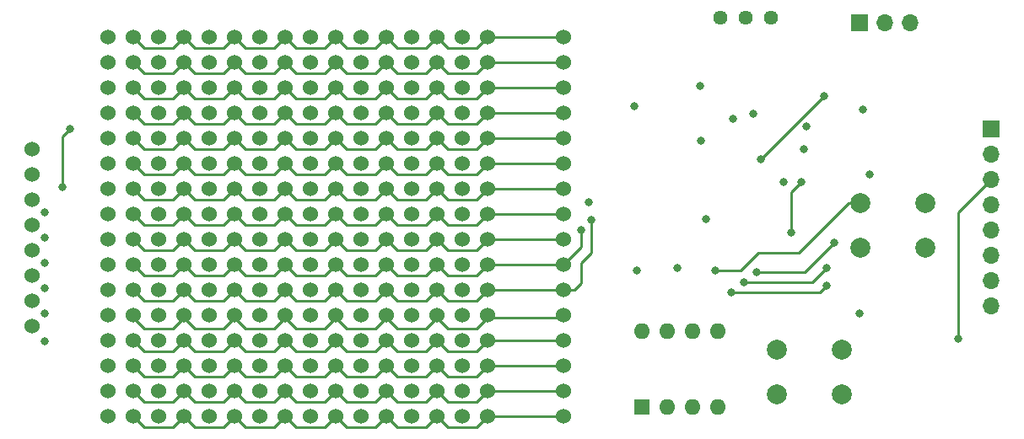
<source format=gbr>
%TF.GenerationSoftware,KiCad,Pcbnew,(5.1.10-1-10_14)*%
%TF.CreationDate,2021-11-01T23:58:36-04:00*%
%TF.ProjectId,DIODE-prototype-board,44494f44-452d-4707-926f-746f74797065,rev?*%
%TF.SameCoordinates,Original*%
%TF.FileFunction,Copper,L4,Bot*%
%TF.FilePolarity,Positive*%
%FSLAX46Y46*%
G04 Gerber Fmt 4.6, Leading zero omitted, Abs format (unit mm)*
G04 Created by KiCad (PCBNEW (5.1.10-1-10_14)) date 2021-11-01 23:58:36*
%MOMM*%
%LPD*%
G01*
G04 APERTURE LIST*
%TA.AperFunction,ComponentPad*%
%ADD10O,1.700000X1.700000*%
%TD*%
%TA.AperFunction,ComponentPad*%
%ADD11R,1.700000X1.700000*%
%TD*%
%TA.AperFunction,ComponentPad*%
%ADD12C,1.440000*%
%TD*%
%TA.AperFunction,ComponentPad*%
%ADD13C,2.000000*%
%TD*%
%TA.AperFunction,ComponentPad*%
%ADD14O,1.600000X1.600000*%
%TD*%
%TA.AperFunction,ComponentPad*%
%ADD15R,1.600000X1.600000*%
%TD*%
%TA.AperFunction,ComponentPad*%
%ADD16C,1.524000*%
%TD*%
%TA.AperFunction,ViaPad*%
%ADD17C,0.800000*%
%TD*%
%TA.AperFunction,Conductor*%
%ADD18C,0.250000*%
%TD*%
G04 APERTURE END LIST*
D10*
%TO.P,J1,8*%
%TO.N,Net-(J1-Pad8)*%
X163068000Y-158242000D03*
%TO.P,J1,7*%
%TO.N,Net-(J1-Pad7)*%
X163068000Y-155702000D03*
%TO.P,J1,6*%
%TO.N,Net-(J1-Pad6)*%
X163068000Y-153162000D03*
%TO.P,J1,5*%
%TO.N,Net-(J1-Pad5)*%
X163068000Y-150622000D03*
%TO.P,J1,4*%
%TO.N,EXT_CLOCK*%
X163068000Y-148082000D03*
%TO.P,J1,3*%
%TO.N,EXT_LOAD*%
X163068000Y-145542000D03*
%TO.P,J1,2*%
%TO.N,GND*%
X163068000Y-143002000D03*
D11*
%TO.P,J1,1*%
%TO.N,VCC*%
X163068000Y-140462000D03*
%TD*%
D12*
%TO.P,RV2,3*%
%TO.N,Net-(RV2-Pad3)*%
X135890000Y-129286000D03*
%TO.P,RV2,2*%
%TO.N,Net-(R10-Pad1)*%
X138430000Y-129286000D03*
%TO.P,RV2,1*%
%TO.N,Net-(R5-Pad1)*%
X140970000Y-129286000D03*
%TD*%
D13*
%TO.P,SW4,1*%
%TO.N,Net-(R12-Pad1)*%
X141582000Y-167132000D03*
%TO.P,SW4,2*%
%TO.N,GND*%
X141582000Y-162632000D03*
%TO.P,SW4,1*%
%TO.N,Net-(R12-Pad1)*%
X148082000Y-167132000D03*
%TO.P,SW4,2*%
%TO.N,GND*%
X148082000Y-162632000D03*
%TD*%
%TO.P,SW2,1*%
%TO.N,Net-(R11-Pad1)*%
X156464000Y-147900000D03*
%TO.P,SW2,2*%
%TO.N,GND*%
X156464000Y-152400000D03*
%TO.P,SW2,1*%
%TO.N,Net-(R11-Pad1)*%
X149964000Y-147900000D03*
%TO.P,SW2,2*%
%TO.N,GND*%
X149964000Y-152400000D03*
%TD*%
D14*
%TO.P,SW3,8*%
%TO.N,Net-(J1-Pad5)*%
X128016000Y-160782000D03*
%TO.P,SW3,4*%
%TO.N,VCC*%
X135636000Y-168402000D03*
%TO.P,SW3,7*%
%TO.N,Net-(J1-Pad6)*%
X130556000Y-160782000D03*
%TO.P,SW3,3*%
%TO.N,VCC*%
X133096000Y-168402000D03*
%TO.P,SW3,6*%
%TO.N,Net-(J1-Pad7)*%
X133096000Y-160782000D03*
%TO.P,SW3,2*%
%TO.N,VCC*%
X130556000Y-168402000D03*
%TO.P,SW3,5*%
%TO.N,Net-(J1-Pad8)*%
X135636000Y-160782000D03*
D15*
%TO.P,SW3,1*%
%TO.N,VCC*%
X128016000Y-168402000D03*
%TD*%
D10*
%TO.P,SW1,3*%
%TO.N,GND*%
X154940000Y-129794000D03*
%TO.P,SW1,2*%
%TO.N,Net-(SW1-Pad2)*%
X152400000Y-129794000D03*
D11*
%TO.P,SW1,1*%
%TO.N,VCC*%
X149860000Y-129794000D03*
%TD*%
D16*
%TO.P,U1,20*%
%TO.N,Net-(U1-Pad20)*%
X112522000Y-159174000D03*
%TO.P,U1,13*%
%TO.N,Net-(U1-Pad13)*%
X112522000Y-141394000D03*
%TO.P,U1,24*%
%TO.N,Net-(U1-Pad24)*%
X112522000Y-169334000D03*
%TO.P,U1,18*%
%TO.N,Net-(U1-Pad18)*%
X112522000Y-154094000D03*
%TO.P,U1,12*%
%TO.N,Net-(U1-Pad12)*%
X112522000Y-138854000D03*
%TO.P,U1,17*%
%TO.N,Net-(U1-Pad17)*%
X112522000Y-151554000D03*
%TO.P,U1,9*%
%TO.N,Net-(U1-Pad9)*%
X112522000Y-131234000D03*
%TO.P,U1,23*%
%TO.N,Net-(U1-Pad23)*%
X112522000Y-166794000D03*
%TO.P,U1,11*%
%TO.N,Net-(U1-Pad11)*%
X112522000Y-136314000D03*
%TO.P,U1,21*%
%TO.N,Net-(U1-Pad21)*%
X112522000Y-161714000D03*
%TO.P,U1,15*%
%TO.N,Net-(U1-Pad15)*%
X112522000Y-146474000D03*
%TO.P,U1,16*%
%TO.N,Net-(U1-Pad16)*%
X112522000Y-149014000D03*
%TO.P,U1,14*%
%TO.N,Net-(U1-Pad14)*%
X112522000Y-143934000D03*
%TO.P,U1,19*%
%TO.N,Net-(U1-Pad19)*%
X112522000Y-156634000D03*
%TO.P,U1,22*%
%TO.N,Net-(U1-Pad22)*%
X112522000Y-164254000D03*
%TO.P,U1,10*%
%TO.N,Net-(U1-Pad10)*%
X112522000Y-133774000D03*
%TO.P,U1,24*%
%TO.N,Net-(U1-Pad24)*%
X120142000Y-169334000D03*
%TO.P,U1,21*%
%TO.N,Net-(U1-Pad21)*%
X120142000Y-161714000D03*
%TO.P,U1,23*%
%TO.N,Net-(U1-Pad23)*%
X120142000Y-166794000D03*
%TO.P,U1,22*%
%TO.N,Net-(U1-Pad22)*%
X120142000Y-164254000D03*
%TO.P,U1,19*%
%TO.N,Net-(U1-Pad19)*%
X120142000Y-156634000D03*
%TO.P,U1,17*%
%TO.N,Net-(U1-Pad17)*%
X120142000Y-151554000D03*
%TO.P,U1,20*%
%TO.N,Net-(U1-Pad20)*%
X120142000Y-159174000D03*
%TO.P,U1,18*%
%TO.N,Net-(U1-Pad18)*%
X120142000Y-154094000D03*
%TO.P,U1,16*%
%TO.N,Net-(U1-Pad16)*%
X120142000Y-149014000D03*
%TO.P,U1,15*%
%TO.N,Net-(U1-Pad15)*%
X120142000Y-146474000D03*
%TO.P,U1,14*%
%TO.N,Net-(U1-Pad14)*%
X120142000Y-143934000D03*
%TO.P,U1,13*%
%TO.N,Net-(U1-Pad13)*%
X120142000Y-141394000D03*
%TO.P,U1,12*%
%TO.N,Net-(U1-Pad12)*%
X120142000Y-138854000D03*
%TO.P,U1,11*%
%TO.N,Net-(U1-Pad11)*%
X120142000Y-136314000D03*
%TO.P,U1,10*%
%TO.N,Net-(U1-Pad10)*%
X120142000Y-133774000D03*
%TO.P,U1,9*%
%TO.N,Net-(U1-Pad9)*%
X120142000Y-131234000D03*
%TO.P,U1,8*%
%TO.N,Net-(R9-Pad1)*%
X66802000Y-142494000D03*
%TO.P,U1,7*%
%TO.N,Net-(R8-Pad1)*%
X66802000Y-145034000D03*
%TO.P,U1,6*%
%TO.N,Net-(R7-Pad1)*%
X66802000Y-147574000D03*
%TO.P,U1,5*%
%TO.N,Net-(R6-Pad1)*%
X66802000Y-150114000D03*
%TO.P,U1,4*%
%TO.N,Net-(R4-Pad1)*%
X66802000Y-152654000D03*
%TO.P,U1,3*%
%TO.N,Net-(R3-Pad1)*%
X66802000Y-155194000D03*
%TO.P,U1,2*%
%TO.N,Net-(R2-Pad1)*%
X66802000Y-157734000D03*
%TO.P,U1,1*%
%TO.N,Net-(R1-Pad1)*%
X66802000Y-160274000D03*
%TO.P,U1,14*%
%TO.N,Net-(U1-Pad14)*%
X107442000Y-143934000D03*
%TO.P,U1,19*%
%TO.N,Net-(U1-Pad19)*%
X107442000Y-156634000D03*
%TO.P,U1,22*%
%TO.N,Net-(U1-Pad22)*%
X107442000Y-164254000D03*
%TO.P,U1,10*%
%TO.N,Net-(U1-Pad10)*%
X107442000Y-133774000D03*
%TO.P,U1,23*%
%TO.N,Net-(U1-Pad23)*%
X107442000Y-166794000D03*
%TO.P,U1,11*%
%TO.N,Net-(U1-Pad11)*%
X107442000Y-136314000D03*
%TO.P,U1,21*%
%TO.N,Net-(U1-Pad21)*%
X107442000Y-161714000D03*
%TO.P,U1,15*%
%TO.N,Net-(U1-Pad15)*%
X107442000Y-146474000D03*
%TO.P,U1,16*%
%TO.N,Net-(U1-Pad16)*%
X107442000Y-149014000D03*
%TO.P,U1,20*%
%TO.N,Net-(U1-Pad20)*%
X107442000Y-159174000D03*
%TO.P,U1,13*%
%TO.N,Net-(U1-Pad13)*%
X107442000Y-141394000D03*
%TO.P,U1,24*%
%TO.N,Net-(U1-Pad24)*%
X107442000Y-169334000D03*
%TO.P,U1,18*%
%TO.N,Net-(U1-Pad18)*%
X107442000Y-154094000D03*
%TO.P,U1,12*%
%TO.N,Net-(U1-Pad12)*%
X107442000Y-138854000D03*
%TO.P,U1,17*%
%TO.N,Net-(U1-Pad17)*%
X107442000Y-151554000D03*
%TO.P,U1,9*%
%TO.N,Net-(U1-Pad9)*%
X107442000Y-131234000D03*
%TO.P,U1,14*%
%TO.N,Net-(U1-Pad14)*%
X102362000Y-143934000D03*
%TO.P,U1,19*%
%TO.N,Net-(U1-Pad19)*%
X102362000Y-156634000D03*
%TO.P,U1,22*%
%TO.N,Net-(U1-Pad22)*%
X102362000Y-164254000D03*
%TO.P,U1,10*%
%TO.N,Net-(U1-Pad10)*%
X102362000Y-133774000D03*
%TO.P,U1,23*%
%TO.N,Net-(U1-Pad23)*%
X102362000Y-166794000D03*
%TO.P,U1,11*%
%TO.N,Net-(U1-Pad11)*%
X102362000Y-136314000D03*
%TO.P,U1,21*%
%TO.N,Net-(U1-Pad21)*%
X102362000Y-161714000D03*
%TO.P,U1,15*%
%TO.N,Net-(U1-Pad15)*%
X102362000Y-146474000D03*
%TO.P,U1,16*%
%TO.N,Net-(U1-Pad16)*%
X102362000Y-149014000D03*
%TO.P,U1,20*%
%TO.N,Net-(U1-Pad20)*%
X102362000Y-159174000D03*
%TO.P,U1,13*%
%TO.N,Net-(U1-Pad13)*%
X102362000Y-141394000D03*
%TO.P,U1,24*%
%TO.N,Net-(U1-Pad24)*%
X102362000Y-169334000D03*
%TO.P,U1,18*%
%TO.N,Net-(U1-Pad18)*%
X102362000Y-154094000D03*
%TO.P,U1,12*%
%TO.N,Net-(U1-Pad12)*%
X102362000Y-138854000D03*
%TO.P,U1,17*%
%TO.N,Net-(U1-Pad17)*%
X102362000Y-151554000D03*
%TO.P,U1,9*%
%TO.N,Net-(U1-Pad9)*%
X102362000Y-131234000D03*
%TO.P,U1,14*%
%TO.N,Net-(U1-Pad14)*%
X97282000Y-143934000D03*
%TO.P,U1,19*%
%TO.N,Net-(U1-Pad19)*%
X97282000Y-156634000D03*
%TO.P,U1,22*%
%TO.N,Net-(U1-Pad22)*%
X97282000Y-164254000D03*
%TO.P,U1,10*%
%TO.N,Net-(U1-Pad10)*%
X97282000Y-133774000D03*
%TO.P,U1,23*%
%TO.N,Net-(U1-Pad23)*%
X97282000Y-166794000D03*
%TO.P,U1,11*%
%TO.N,Net-(U1-Pad11)*%
X97282000Y-136314000D03*
%TO.P,U1,21*%
%TO.N,Net-(U1-Pad21)*%
X97282000Y-161714000D03*
%TO.P,U1,15*%
%TO.N,Net-(U1-Pad15)*%
X97282000Y-146474000D03*
%TO.P,U1,16*%
%TO.N,Net-(U1-Pad16)*%
X97282000Y-149014000D03*
%TO.P,U1,20*%
%TO.N,Net-(U1-Pad20)*%
X97282000Y-159174000D03*
%TO.P,U1,13*%
%TO.N,Net-(U1-Pad13)*%
X97282000Y-141394000D03*
%TO.P,U1,24*%
%TO.N,Net-(U1-Pad24)*%
X97282000Y-169334000D03*
%TO.P,U1,18*%
%TO.N,Net-(U1-Pad18)*%
X97282000Y-154094000D03*
%TO.P,U1,12*%
%TO.N,Net-(U1-Pad12)*%
X97282000Y-138854000D03*
%TO.P,U1,17*%
%TO.N,Net-(U1-Pad17)*%
X97282000Y-151554000D03*
%TO.P,U1,9*%
%TO.N,Net-(U1-Pad9)*%
X97282000Y-131234000D03*
%TO.P,U1,19*%
%TO.N,Net-(U1-Pad19)*%
X92202000Y-156634000D03*
%TO.P,U1,22*%
%TO.N,Net-(U1-Pad22)*%
X92202000Y-164254000D03*
%TO.P,U1,10*%
%TO.N,Net-(U1-Pad10)*%
X92202000Y-133774000D03*
%TO.P,U1,23*%
%TO.N,Net-(U1-Pad23)*%
X92202000Y-166794000D03*
%TO.P,U1,11*%
%TO.N,Net-(U1-Pad11)*%
X92202000Y-136314000D03*
%TO.P,U1,21*%
%TO.N,Net-(U1-Pad21)*%
X92202000Y-161714000D03*
%TO.P,U1,15*%
%TO.N,Net-(U1-Pad15)*%
X92202000Y-146474000D03*
%TO.P,U1,16*%
%TO.N,Net-(U1-Pad16)*%
X92202000Y-149014000D03*
%TO.P,U1,20*%
%TO.N,Net-(U1-Pad20)*%
X92202000Y-159174000D03*
%TO.P,U1,13*%
%TO.N,Net-(U1-Pad13)*%
X92202000Y-141394000D03*
%TO.P,U1,24*%
%TO.N,Net-(U1-Pad24)*%
X92202000Y-169334000D03*
%TO.P,U1,18*%
%TO.N,Net-(U1-Pad18)*%
X92202000Y-154094000D03*
%TO.P,U1,12*%
%TO.N,Net-(U1-Pad12)*%
X92202000Y-138854000D03*
%TO.P,U1,17*%
%TO.N,Net-(U1-Pad17)*%
X92202000Y-151554000D03*
%TO.P,U1,9*%
%TO.N,Net-(U1-Pad9)*%
X92202000Y-131234000D03*
%TO.P,U1,14*%
%TO.N,Net-(U1-Pad14)*%
X92202000Y-143934000D03*
%TO.P,U1,11*%
%TO.N,Net-(U1-Pad11)*%
X87122000Y-136314000D03*
%TO.P,U1,18*%
%TO.N,Net-(U1-Pad18)*%
X87122000Y-154094000D03*
%TO.P,U1,16*%
%TO.N,Net-(U1-Pad16)*%
X87122000Y-149014000D03*
%TO.P,U1,12*%
%TO.N,Net-(U1-Pad12)*%
X87122000Y-138854000D03*
%TO.P,U1,9*%
%TO.N,Net-(U1-Pad9)*%
X87122000Y-131234000D03*
%TO.P,U1,14*%
%TO.N,Net-(U1-Pad14)*%
X87122000Y-143934000D03*
%TO.P,U1,24*%
%TO.N,Net-(U1-Pad24)*%
X87122000Y-169334000D03*
%TO.P,U1,13*%
%TO.N,Net-(U1-Pad13)*%
X87122000Y-141394000D03*
%TO.P,U1,22*%
%TO.N,Net-(U1-Pad22)*%
X87122000Y-164254000D03*
%TO.P,U1,15*%
%TO.N,Net-(U1-Pad15)*%
X87122000Y-146474000D03*
%TO.P,U1,17*%
%TO.N,Net-(U1-Pad17)*%
X87122000Y-151554000D03*
%TO.P,U1,10*%
%TO.N,Net-(U1-Pad10)*%
X87122000Y-133774000D03*
%TO.P,U1,20*%
%TO.N,Net-(U1-Pad20)*%
X87122000Y-159174000D03*
%TO.P,U1,23*%
%TO.N,Net-(U1-Pad23)*%
X87122000Y-166794000D03*
%TO.P,U1,21*%
%TO.N,Net-(U1-Pad21)*%
X87122000Y-161714000D03*
%TO.P,U1,19*%
%TO.N,Net-(U1-Pad19)*%
X87122000Y-156634000D03*
%TO.P,U1,16*%
%TO.N,Net-(U1-Pad16)*%
X82042000Y-149014000D03*
%TO.P,U1,13*%
%TO.N,Net-(U1-Pad13)*%
X82042000Y-141394000D03*
%TO.P,U1,15*%
%TO.N,Net-(U1-Pad15)*%
X82042000Y-146474000D03*
%TO.P,U1,14*%
%TO.N,Net-(U1-Pad14)*%
X82042000Y-143934000D03*
%TO.P,U1,11*%
%TO.N,Net-(U1-Pad11)*%
X82042000Y-136314000D03*
%TO.P,U1,9*%
%TO.N,Net-(U1-Pad9)*%
X82042000Y-131234000D03*
%TO.P,U1,12*%
%TO.N,Net-(U1-Pad12)*%
X82042000Y-138854000D03*
%TO.P,U1,18*%
%TO.N,Net-(U1-Pad18)*%
X82042000Y-154094000D03*
%TO.P,U1,10*%
%TO.N,Net-(U1-Pad10)*%
X82042000Y-133774000D03*
%TO.P,U1,24*%
%TO.N,Net-(U1-Pad24)*%
X82042000Y-169334000D03*
%TO.P,U1,21*%
%TO.N,Net-(U1-Pad21)*%
X82042000Y-161714000D03*
%TO.P,U1,23*%
%TO.N,Net-(U1-Pad23)*%
X82042000Y-166794000D03*
%TO.P,U1,22*%
%TO.N,Net-(U1-Pad22)*%
X82042000Y-164254000D03*
%TO.P,U1,19*%
%TO.N,Net-(U1-Pad19)*%
X82042000Y-156634000D03*
%TO.P,U1,17*%
%TO.N,Net-(U1-Pad17)*%
X82042000Y-151554000D03*
%TO.P,U1,20*%
%TO.N,Net-(U1-Pad20)*%
X82042000Y-159174000D03*
%TO.P,U1,4*%
%TO.N,Net-(R4-Pad1)*%
X89662000Y-156634000D03*
%TO.P,U1,1*%
%TO.N,Net-(R1-Pad1)*%
X74422000Y-156634000D03*
%TO.P,U1,2*%
%TO.N,Net-(R2-Pad1)*%
X79502000Y-154094000D03*
%TO.P,U1,3*%
%TO.N,Net-(R3-Pad1)*%
X84582000Y-169334000D03*
%TO.P,U1,5*%
%TO.N,Net-(R6-Pad1)*%
X94742000Y-169334000D03*
%TO.P,U1,6*%
%TO.N,Net-(R7-Pad1)*%
X99822000Y-169334000D03*
%TO.P,U1,8*%
%TO.N,Net-(R9-Pad1)*%
X109982000Y-169334000D03*
%TO.P,U1,4*%
%TO.N,Net-(R4-Pad1)*%
X89662000Y-169334000D03*
%TO.P,U1,7*%
%TO.N,Net-(R8-Pad1)*%
X104902000Y-169334000D03*
%TO.P,U1,1*%
%TO.N,Net-(R1-Pad1)*%
X74422000Y-169334000D03*
%TO.P,U1,24*%
%TO.N,Net-(U1-Pad24)*%
X76962000Y-169334000D03*
%TO.P,U1,1*%
%TO.N,Net-(R1-Pad1)*%
X74422000Y-161714000D03*
%TO.P,U1,8*%
%TO.N,Net-(R9-Pad1)*%
X109982000Y-164254000D03*
%TO.P,U1,3*%
%TO.N,Net-(R3-Pad1)*%
X84582000Y-164254000D03*
%TO.P,U1,5*%
%TO.N,Net-(R6-Pad1)*%
X94742000Y-164254000D03*
%TO.P,U1,21*%
%TO.N,Net-(U1-Pad21)*%
X76962000Y-161714000D03*
%TO.P,U1,2*%
%TO.N,Net-(R2-Pad1)*%
X79502000Y-166794000D03*
%TO.P,U1,4*%
%TO.N,Net-(R4-Pad1)*%
X89662000Y-166794000D03*
%TO.P,U1,1*%
%TO.N,Net-(R1-Pad1)*%
X74422000Y-166794000D03*
%TO.P,U1,23*%
%TO.N,Net-(U1-Pad23)*%
X76962000Y-166794000D03*
%TO.P,U1,6*%
%TO.N,Net-(R7-Pad1)*%
X99822000Y-164254000D03*
%TO.P,U1,2*%
%TO.N,Net-(R2-Pad1)*%
X79502000Y-164254000D03*
%TO.P,U1,4*%
%TO.N,Net-(R4-Pad1)*%
X89662000Y-164254000D03*
%TO.P,U1,8*%
%TO.N,Net-(R9-Pad1)*%
X109982000Y-161714000D03*
%TO.P,U1,3*%
%TO.N,Net-(R3-Pad1)*%
X84582000Y-161714000D03*
%TO.P,U1,5*%
%TO.N,Net-(R6-Pad1)*%
X94742000Y-161714000D03*
%TO.P,U1,6*%
%TO.N,Net-(R7-Pad1)*%
X99822000Y-161714000D03*
%TO.P,U1,2*%
%TO.N,Net-(R2-Pad1)*%
X79502000Y-161714000D03*
%TO.P,U1,3*%
%TO.N,Net-(R3-Pad1)*%
X84582000Y-166794000D03*
%TO.P,U1,5*%
%TO.N,Net-(R6-Pad1)*%
X94742000Y-166794000D03*
%TO.P,U1,6*%
%TO.N,Net-(R7-Pad1)*%
X99822000Y-166794000D03*
%TO.P,U1,4*%
%TO.N,Net-(R4-Pad1)*%
X89662000Y-161714000D03*
%TO.P,U1,8*%
%TO.N,Net-(R9-Pad1)*%
X109982000Y-166794000D03*
%TO.P,U1,1*%
%TO.N,Net-(R1-Pad1)*%
X74422000Y-164254000D03*
%TO.P,U1,22*%
%TO.N,Net-(U1-Pad22)*%
X76962000Y-164254000D03*
%TO.P,U1,7*%
%TO.N,Net-(R8-Pad1)*%
X104902000Y-161714000D03*
%TO.P,U1,4*%
%TO.N,Net-(R4-Pad1)*%
X89662000Y-151554000D03*
%TO.P,U1,3*%
%TO.N,Net-(R3-Pad1)*%
X84582000Y-151554000D03*
%TO.P,U1,7*%
%TO.N,Net-(R8-Pad1)*%
X104902000Y-166794000D03*
%TO.P,U1,5*%
%TO.N,Net-(R6-Pad1)*%
X94742000Y-154094000D03*
X94742000Y-151554000D03*
%TO.P,U1,19*%
%TO.N,Net-(U1-Pad19)*%
X76962000Y-156634000D03*
%TO.P,U1,2*%
%TO.N,Net-(R2-Pad1)*%
X79502000Y-151554000D03*
%TO.P,U1,5*%
%TO.N,Net-(R6-Pad1)*%
X94742000Y-156634000D03*
%TO.P,U1,6*%
%TO.N,Net-(R7-Pad1)*%
X99822000Y-156634000D03*
%TO.P,U1,7*%
%TO.N,Net-(R8-Pad1)*%
X104902000Y-156634000D03*
%TO.P,U1,17*%
%TO.N,Net-(U1-Pad17)*%
X76962000Y-151554000D03*
%TO.P,U1,8*%
%TO.N,Net-(R9-Pad1)*%
X109982000Y-156634000D03*
%TO.P,U1,1*%
%TO.N,Net-(R1-Pad1)*%
X74422000Y-151554000D03*
%TO.P,U1,4*%
%TO.N,Net-(R4-Pad1)*%
X89662000Y-159174000D03*
%TO.P,U1,1*%
%TO.N,Net-(R1-Pad1)*%
X74422000Y-159174000D03*
%TO.P,U1,20*%
%TO.N,Net-(U1-Pad20)*%
X76962000Y-159174000D03*
%TO.P,U1,5*%
%TO.N,Net-(R6-Pad1)*%
X94742000Y-159174000D03*
%TO.P,U1,6*%
%TO.N,Net-(R7-Pad1)*%
X99822000Y-159174000D03*
%TO.P,U1,7*%
%TO.N,Net-(R8-Pad1)*%
X104902000Y-159174000D03*
%TO.P,U1,8*%
%TO.N,Net-(R9-Pad1)*%
X109982000Y-159174000D03*
%TO.P,U1,3*%
%TO.N,Net-(R3-Pad1)*%
X84582000Y-159174000D03*
%TO.P,U1,7*%
%TO.N,Net-(R8-Pad1)*%
X104902000Y-151554000D03*
%TO.P,U1,2*%
%TO.N,Net-(R2-Pad1)*%
X79502000Y-169334000D03*
%TO.P,U1,3*%
%TO.N,Net-(R3-Pad1)*%
X84582000Y-156634000D03*
%TO.P,U1,8*%
%TO.N,Net-(R9-Pad1)*%
X109982000Y-151554000D03*
%TO.P,U1,2*%
%TO.N,Net-(R2-Pad1)*%
X79502000Y-156634000D03*
%TO.P,U1,7*%
%TO.N,Net-(R8-Pad1)*%
X104902000Y-154094000D03*
%TO.P,U1,6*%
%TO.N,Net-(R7-Pad1)*%
X99822000Y-154094000D03*
%TO.P,U1,8*%
%TO.N,Net-(R9-Pad1)*%
X109982000Y-154094000D03*
%TO.P,U1,3*%
%TO.N,Net-(R3-Pad1)*%
X84582000Y-154094000D03*
%TO.P,U1,18*%
%TO.N,Net-(U1-Pad18)*%
X76962000Y-154094000D03*
%TO.P,U1,1*%
%TO.N,Net-(R1-Pad1)*%
X74422000Y-154094000D03*
%TO.P,U1,4*%
%TO.N,Net-(R4-Pad1)*%
X89662000Y-154094000D03*
%TO.P,U1,6*%
%TO.N,Net-(R7-Pad1)*%
X99822000Y-151554000D03*
%TO.P,U1,7*%
%TO.N,Net-(R8-Pad1)*%
X104902000Y-164254000D03*
%TO.P,U1,2*%
%TO.N,Net-(R2-Pad1)*%
X79502000Y-159174000D03*
X79502000Y-149014000D03*
%TO.P,U1,4*%
%TO.N,Net-(R4-Pad1)*%
X89662000Y-149014000D03*
%TO.P,U1,1*%
%TO.N,Net-(R1-Pad1)*%
X74422000Y-149014000D03*
%TO.P,U1,16*%
%TO.N,Net-(U1-Pad16)*%
X76962000Y-149014000D03*
%TO.P,U1,3*%
%TO.N,Net-(R3-Pad1)*%
X84582000Y-149014000D03*
%TO.P,U1,5*%
%TO.N,Net-(R6-Pad1)*%
X94742000Y-149014000D03*
%TO.P,U1,6*%
%TO.N,Net-(R7-Pad1)*%
X99822000Y-149014000D03*
%TO.P,U1,8*%
%TO.N,Net-(R9-Pad1)*%
X109982000Y-149014000D03*
%TO.P,U1,7*%
%TO.N,Net-(R8-Pad1)*%
X104902000Y-149014000D03*
%TO.P,U1,8*%
%TO.N,Net-(R9-Pad1)*%
X109982000Y-146474000D03*
%TO.P,U1,3*%
%TO.N,Net-(R3-Pad1)*%
X84582000Y-146474000D03*
%TO.P,U1,5*%
%TO.N,Net-(R6-Pad1)*%
X94742000Y-146474000D03*
%TO.P,U1,6*%
%TO.N,Net-(R7-Pad1)*%
X99822000Y-146474000D03*
%TO.P,U1,2*%
%TO.N,Net-(R2-Pad1)*%
X79502000Y-146474000D03*
%TO.P,U1,4*%
%TO.N,Net-(R4-Pad1)*%
X89662000Y-146474000D03*
%TO.P,U1,1*%
%TO.N,Net-(R1-Pad1)*%
X74422000Y-146474000D03*
%TO.P,U1,15*%
%TO.N,Net-(U1-Pad15)*%
X76962000Y-146474000D03*
%TO.P,U1,7*%
%TO.N,Net-(R8-Pad1)*%
X104902000Y-146474000D03*
%TO.P,U1,1*%
%TO.N,Net-(R1-Pad1)*%
X74422000Y-143934000D03*
%TO.P,U1,14*%
%TO.N,Net-(U1-Pad14)*%
X76962000Y-143934000D03*
%TO.P,U1,8*%
%TO.N,Net-(R9-Pad1)*%
X109982000Y-143934000D03*
%TO.P,U1,3*%
%TO.N,Net-(R3-Pad1)*%
X84582000Y-143934000D03*
%TO.P,U1,5*%
%TO.N,Net-(R6-Pad1)*%
X94742000Y-143934000D03*
%TO.P,U1,6*%
%TO.N,Net-(R7-Pad1)*%
X99822000Y-143934000D03*
%TO.P,U1,2*%
%TO.N,Net-(R2-Pad1)*%
X79502000Y-143934000D03*
%TO.P,U1,4*%
%TO.N,Net-(R4-Pad1)*%
X89662000Y-143934000D03*
%TO.P,U1,7*%
%TO.N,Net-(R8-Pad1)*%
X104902000Y-143934000D03*
%TO.P,U1,4*%
%TO.N,Net-(R4-Pad1)*%
X89662000Y-141394000D03*
%TO.P,U1,1*%
%TO.N,Net-(R1-Pad1)*%
X74422000Y-141394000D03*
%TO.P,U1,13*%
%TO.N,Net-(U1-Pad13)*%
X76962000Y-141394000D03*
%TO.P,U1,5*%
%TO.N,Net-(R6-Pad1)*%
X94742000Y-141394000D03*
%TO.P,U1,6*%
%TO.N,Net-(R7-Pad1)*%
X99822000Y-141394000D03*
%TO.P,U1,7*%
%TO.N,Net-(R8-Pad1)*%
X104902000Y-141394000D03*
%TO.P,U1,8*%
%TO.N,Net-(R9-Pad1)*%
X109982000Y-141394000D03*
%TO.P,U1,3*%
%TO.N,Net-(R3-Pad1)*%
X84582000Y-141394000D03*
%TO.P,U1,2*%
%TO.N,Net-(R2-Pad1)*%
X79502000Y-141394000D03*
%TO.P,U1,4*%
%TO.N,Net-(R4-Pad1)*%
X89662000Y-138854000D03*
%TO.P,U1,1*%
%TO.N,Net-(R1-Pad1)*%
X74422000Y-138854000D03*
%TO.P,U1,12*%
%TO.N,Net-(U1-Pad12)*%
X76962000Y-138854000D03*
%TO.P,U1,5*%
%TO.N,Net-(R6-Pad1)*%
X94742000Y-138854000D03*
%TO.P,U1,6*%
%TO.N,Net-(R7-Pad1)*%
X99822000Y-138854000D03*
%TO.P,U1,7*%
%TO.N,Net-(R8-Pad1)*%
X104902000Y-138854000D03*
%TO.P,U1,8*%
%TO.N,Net-(R9-Pad1)*%
X109982000Y-138854000D03*
%TO.P,U1,3*%
%TO.N,Net-(R3-Pad1)*%
X84582000Y-138854000D03*
%TO.P,U1,2*%
%TO.N,Net-(R2-Pad1)*%
X79502000Y-138854000D03*
X79502000Y-136314000D03*
%TO.P,U1,5*%
%TO.N,Net-(R6-Pad1)*%
X94742000Y-136314000D03*
%TO.P,U1,7*%
%TO.N,Net-(R8-Pad1)*%
X104902000Y-136314000D03*
%TO.P,U1,6*%
%TO.N,Net-(R7-Pad1)*%
X99822000Y-136314000D03*
%TO.P,U1,8*%
%TO.N,Net-(R9-Pad1)*%
X109982000Y-136314000D03*
%TO.P,U1,3*%
%TO.N,Net-(R3-Pad1)*%
X84582000Y-136314000D03*
%TO.P,U1,11*%
%TO.N,Net-(U1-Pad11)*%
X76962000Y-136314000D03*
%TO.P,U1,1*%
%TO.N,Net-(R1-Pad1)*%
X74422000Y-136314000D03*
%TO.P,U1,4*%
%TO.N,Net-(R4-Pad1)*%
X89662000Y-136314000D03*
X89662000Y-133774000D03*
%TO.P,U1,3*%
%TO.N,Net-(R3-Pad1)*%
X84582000Y-133774000D03*
%TO.P,U1,5*%
%TO.N,Net-(R6-Pad1)*%
X94742000Y-133774000D03*
%TO.P,U1,2*%
%TO.N,Net-(R2-Pad1)*%
X79502000Y-133774000D03*
%TO.P,U1,10*%
%TO.N,Net-(U1-Pad10)*%
X76962000Y-133774000D03*
%TO.P,U1,1*%
%TO.N,Net-(R1-Pad1)*%
X74422000Y-133774000D03*
%TO.P,U1,7*%
%TO.N,Net-(R8-Pad1)*%
X104902000Y-133774000D03*
%TO.P,U1,8*%
%TO.N,Net-(R9-Pad1)*%
X109982000Y-133774000D03*
%TO.P,U1,6*%
%TO.N,Net-(R7-Pad1)*%
X99822000Y-133774000D03*
%TO.P,U1,8*%
%TO.N,Net-(R9-Pad1)*%
X109982000Y-131234000D03*
%TO.P,U1,7*%
%TO.N,Net-(R8-Pad1)*%
X104902000Y-131234000D03*
%TO.P,U1,6*%
%TO.N,Net-(R7-Pad1)*%
X99822000Y-131234000D03*
%TO.P,U1,5*%
%TO.N,Net-(R6-Pad1)*%
X94742000Y-131234000D03*
%TO.P,U1,4*%
%TO.N,Net-(R4-Pad1)*%
X89662000Y-131234000D03*
%TO.P,U1,3*%
%TO.N,Net-(R3-Pad1)*%
X84582000Y-131234000D03*
%TO.P,U1,2*%
%TO.N,Net-(R2-Pad1)*%
X79502000Y-131234000D03*
%TO.P,U1,9*%
%TO.N,Net-(U1-Pad9)*%
X76962000Y-131234000D03*
%TO.P,U1,1*%
%TO.N,Net-(R1-Pad1)*%
X74422000Y-131234000D03*
%TD*%
D17*
%TO.N,Net-(U1-Pad19)*%
X122936000Y-149606000D03*
%TO.N,Net-(U1-Pad18)*%
X121920000Y-150622000D03*
%TO.N,Net-(J1-Pad8)*%
X146558000Y-156210000D03*
X137033000Y-156845000D03*
%TO.N,Net-(J1-Pad7)*%
X146558000Y-154432000D03*
X138303000Y-155829000D03*
%TO.N,Net-(J1-Pad6)*%
X147320000Y-151892000D03*
X139573000Y-154813001D03*
%TO.N,VCC*%
X68072000Y-151384000D03*
X68072000Y-153924000D03*
X68072000Y-156464000D03*
X68072000Y-159004000D03*
X68072000Y-161798000D03*
X68072000Y-148844000D03*
X139192000Y-138938000D03*
X133858000Y-136144000D03*
X142240000Y-145796000D03*
X134493000Y-149479000D03*
X131572000Y-154432000D03*
X150876000Y-145034000D03*
X149860000Y-159004000D03*
X144526000Y-140208000D03*
%TO.N,Net-(C2-Pad1)*%
X137160000Y-139446000D03*
%TO.N,Net-(R11-Pad1)*%
X135382000Y-154686000D03*
%TO.N,GND*%
X127254000Y-138176000D03*
X133923000Y-141667000D03*
X144272000Y-142494000D03*
X150180000Y-138496000D03*
X127508000Y-154686000D03*
X122682000Y-147828000D03*
%TO.N,Net-(SW1-Pad2)*%
X139954000Y-143510000D03*
X146304000Y-137160000D03*
%TO.N,Net-(R7-Pad1)*%
X69850000Y-146304000D03*
X70612000Y-140462000D03*
%TO.N,EXT_LOAD*%
X159766000Y-161544000D03*
%TO.N,LOAD*%
X144018000Y-145796000D03*
X143002000Y-150876000D03*
%TD*%
D18*
%TO.N,Net-(U1-Pad24)*%
X83129001Y-170421001D02*
X86034999Y-170421001D01*
X97282000Y-169334000D02*
X96182000Y-170434000D01*
X97282000Y-169334000D02*
X98369001Y-170421001D01*
X107442000Y-169334000D02*
X108529001Y-170421001D01*
X80954999Y-170421001D02*
X82042000Y-169334000D01*
X111434999Y-170421001D02*
X112522000Y-169334000D01*
X108529001Y-170421001D02*
X111434999Y-170421001D01*
X91114999Y-170421001D02*
X92202000Y-169334000D01*
X78049001Y-170421001D02*
X80954999Y-170421001D01*
X96182000Y-170434000D02*
X93302000Y-170434000D01*
X98369001Y-170421001D02*
X101274999Y-170421001D01*
X76962000Y-169334000D02*
X78049001Y-170421001D01*
X112522000Y-169334000D02*
X120142000Y-169334000D01*
X102362000Y-169334000D02*
X103449001Y-170421001D01*
X86034999Y-170421001D02*
X87122000Y-169334000D01*
X106354999Y-170421001D02*
X107442000Y-169334000D01*
X82042000Y-169334000D02*
X83129001Y-170421001D01*
X88209001Y-170421001D02*
X91114999Y-170421001D01*
X93302000Y-170434000D02*
X92202000Y-169334000D01*
X101274999Y-170421001D02*
X102362000Y-169334000D01*
X87122000Y-169334000D02*
X88209001Y-170421001D01*
X103449001Y-170421001D02*
X106354999Y-170421001D01*
%TO.N,Net-(U1-Pad21)*%
X101274999Y-162801001D02*
X102362000Y-161714000D01*
X103449001Y-162801001D02*
X106354999Y-162801001D01*
X78049001Y-162801001D02*
X80954999Y-162801001D01*
X112522000Y-161714000D02*
X120142000Y-161714000D01*
X87122000Y-161714000D02*
X88209001Y-162801001D01*
X111434999Y-162801001D02*
X112522000Y-161714000D01*
X93302000Y-162814000D02*
X92202000Y-161714000D01*
X91114999Y-162801001D02*
X92202000Y-161714000D01*
X97282000Y-161714000D02*
X98369001Y-162801001D01*
X107442000Y-161714000D02*
X108529001Y-162801001D01*
X83129001Y-162801001D02*
X86034999Y-162801001D01*
X82042000Y-161714000D02*
X83129001Y-162801001D01*
X80954999Y-162801001D02*
X82042000Y-161714000D01*
X96182000Y-162814000D02*
X93302000Y-162814000D01*
X76962000Y-161714000D02*
X78049001Y-162801001D01*
X98369001Y-162801001D02*
X101274999Y-162801001D01*
X102362000Y-161714000D02*
X103449001Y-162801001D01*
X86034999Y-162801001D02*
X87122000Y-161714000D01*
X97282000Y-161714000D02*
X96182000Y-162814000D01*
X88209001Y-162801001D02*
X91114999Y-162801001D01*
X108529001Y-162801001D02*
X111434999Y-162801001D01*
X106354999Y-162801001D02*
X107442000Y-161714000D01*
%TO.N,Net-(U1-Pad23)*%
X101274999Y-167881001D02*
X102362000Y-166794000D01*
X112522000Y-166794000D02*
X120142000Y-166794000D01*
X88209001Y-167881001D02*
X91114999Y-167881001D01*
X78049001Y-167881001D02*
X80954999Y-167881001D01*
X80954999Y-167881001D02*
X82042000Y-166794000D01*
X86034999Y-167881001D02*
X87122000Y-166794000D01*
X102362000Y-166794000D02*
X103449001Y-167881001D01*
X98369001Y-167881001D02*
X101274999Y-167881001D01*
X96182000Y-167894000D02*
X93302000Y-167894000D01*
X83129001Y-167881001D02*
X86034999Y-167881001D01*
X111434999Y-167881001D02*
X112522000Y-166794000D01*
X106354999Y-167881001D02*
X107442000Y-166794000D01*
X103449001Y-167881001D02*
X106354999Y-167881001D01*
X91114999Y-167881001D02*
X92202000Y-166794000D01*
X93302000Y-167894000D02*
X92202000Y-166794000D01*
X97282000Y-166794000D02*
X98369001Y-167881001D01*
X76962000Y-166794000D02*
X78049001Y-167881001D01*
X82042000Y-166794000D02*
X83129001Y-167881001D01*
X108529001Y-167881001D02*
X111434999Y-167881001D01*
X107442000Y-166794000D02*
X108529001Y-167881001D01*
X87122000Y-166794000D02*
X88209001Y-167881001D01*
X97282000Y-166794000D02*
X96182000Y-167894000D01*
%TO.N,Net-(U1-Pad22)*%
X102362000Y-164254000D02*
X103449001Y-165341001D01*
X88209001Y-165341001D02*
X91114999Y-165341001D01*
X93302000Y-165354000D02*
X92202000Y-164254000D01*
X78049001Y-165341001D02*
X80954999Y-165341001D01*
X91114999Y-165341001D02*
X92202000Y-164254000D01*
X101274999Y-165341001D02*
X102362000Y-164254000D01*
X103449001Y-165341001D02*
X106354999Y-165341001D01*
X106354999Y-165341001D02*
X107442000Y-164254000D01*
X107442000Y-164254000D02*
X108529001Y-165341001D01*
X108529001Y-165341001D02*
X111434999Y-165341001D01*
X96182000Y-165354000D02*
X93302000Y-165354000D01*
X76962000Y-164254000D02*
X78049001Y-165341001D01*
X112522000Y-164254000D02*
X120142000Y-164254000D01*
X98369001Y-165341001D02*
X101274999Y-165341001D01*
X97282000Y-164254000D02*
X96182000Y-165354000D01*
X86034999Y-165341001D02*
X87122000Y-164254000D01*
X97282000Y-164254000D02*
X98369001Y-165341001D01*
X87122000Y-164254000D02*
X88209001Y-165341001D01*
X80954999Y-165341001D02*
X82042000Y-164254000D01*
X82042000Y-164254000D02*
X83129001Y-165341001D01*
X111434999Y-165341001D02*
X112522000Y-164254000D01*
X83129001Y-165341001D02*
X86034999Y-165341001D01*
%TO.N,Net-(U1-Pad19)*%
X103449001Y-157721001D02*
X106354999Y-157721001D01*
X80954999Y-157721001D02*
X82042000Y-156634000D01*
X83129001Y-157721001D02*
X86034999Y-157721001D01*
X93302000Y-157734000D02*
X92202000Y-156634000D01*
X88209001Y-157721001D02*
X91114999Y-157721001D01*
X106354999Y-157721001D02*
X107442000Y-156634000D01*
X87122000Y-156634000D02*
X88209001Y-157721001D01*
X78049001Y-157721001D02*
X80954999Y-157721001D01*
X111434999Y-157721001D02*
X112522000Y-156634000D01*
X112522000Y-156634000D02*
X120142000Y-156634000D01*
X98369001Y-157721001D02*
X101274999Y-157721001D01*
X97282000Y-156634000D02*
X96182000Y-157734000D01*
X107442000Y-156634000D02*
X108529001Y-157721001D01*
X91114999Y-157721001D02*
X92202000Y-156634000D01*
X108529001Y-157721001D02*
X111434999Y-157721001D01*
X76962000Y-156634000D02*
X78049001Y-157721001D01*
X102362000Y-156634000D02*
X103449001Y-157721001D01*
X82042000Y-156634000D02*
X83129001Y-157721001D01*
X101274999Y-157721001D02*
X102362000Y-156634000D01*
X96182000Y-157734000D02*
X93302000Y-157734000D01*
X86034999Y-157721001D02*
X87122000Y-156634000D01*
X97282000Y-156634000D02*
X98369001Y-157721001D01*
X122936000Y-149606000D02*
X122936000Y-152908000D01*
X122936000Y-152908000D02*
X121920000Y-153924000D01*
X121920000Y-153924000D02*
X121920000Y-155956000D01*
X121242000Y-156634000D02*
X120142000Y-156634000D01*
X121920000Y-155956000D02*
X121242000Y-156634000D01*
%TO.N,Net-(U1-Pad17)*%
X102362000Y-151554000D02*
X103449001Y-152641001D01*
X97282000Y-151554000D02*
X96182000Y-152654000D01*
X87122000Y-151554000D02*
X88209001Y-152641001D01*
X98369001Y-152641001D02*
X101274999Y-152641001D01*
X96182000Y-152654000D02*
X93302000Y-152654000D01*
X111434999Y-152641001D02*
X112522000Y-151554000D01*
X106354999Y-152641001D02*
X107442000Y-151554000D01*
X78049001Y-152641001D02*
X80954999Y-152641001D01*
X107442000Y-151554000D02*
X108529001Y-152641001D01*
X86034999Y-152641001D02*
X87122000Y-151554000D01*
X76962000Y-151554000D02*
X78049001Y-152641001D01*
X82042000Y-151554000D02*
X83129001Y-152641001D01*
X112522000Y-151554000D02*
X120142000Y-151554000D01*
X91114999Y-152641001D02*
X92202000Y-151554000D01*
X103449001Y-152641001D02*
X106354999Y-152641001D01*
X80954999Y-152641001D02*
X82042000Y-151554000D01*
X83129001Y-152641001D02*
X86034999Y-152641001D01*
X97282000Y-151554000D02*
X98369001Y-152641001D01*
X93302000Y-152654000D02*
X92202000Y-151554000D01*
X108529001Y-152641001D02*
X111434999Y-152641001D01*
X101274999Y-152641001D02*
X102362000Y-151554000D01*
X88209001Y-152641001D02*
X91114999Y-152641001D01*
%TO.N,Net-(U1-Pad20)*%
X96182000Y-160528000D02*
X93302000Y-160528000D01*
X86034999Y-160515001D02*
X87122000Y-159428000D01*
X97282000Y-159428000D02*
X98369001Y-160515001D01*
X111434999Y-160515001D02*
X112522000Y-159428000D01*
X83129001Y-160515001D02*
X86034999Y-160515001D01*
X107442000Y-159428000D02*
X108529001Y-160515001D01*
X82042000Y-159428000D02*
X83129001Y-160515001D01*
X80954999Y-160515001D02*
X82042000Y-159428000D01*
X106354999Y-160515001D02*
X107442000Y-159428000D01*
X102362000Y-159428000D02*
X103449001Y-160515001D01*
X78049001Y-160515001D02*
X80954999Y-160515001D01*
X87122000Y-159428000D02*
X88209001Y-160515001D01*
X101274999Y-160515001D02*
X102362000Y-159428000D01*
X76962000Y-159428000D02*
X78049001Y-160515001D01*
X93302000Y-160528000D02*
X92202000Y-159428000D01*
X91114999Y-160515001D02*
X92202000Y-159428000D01*
X108529001Y-160515001D02*
X111434999Y-160515001D01*
X88209001Y-160515001D02*
X91114999Y-160515001D01*
X97282000Y-159428000D02*
X96182000Y-160528000D01*
X98369001Y-160515001D02*
X101274999Y-160515001D01*
X103449001Y-160515001D02*
X106354999Y-160515001D01*
X112522000Y-159428000D02*
X120142000Y-159428000D01*
%TO.N,Net-(U1-Pad18)*%
X78049001Y-155181001D02*
X80954999Y-155181001D01*
X98369001Y-155181001D02*
X101274999Y-155181001D01*
X87122000Y-154094000D02*
X88209001Y-155181001D01*
X103449001Y-155181001D02*
X106354999Y-155181001D01*
X82042000Y-154094000D02*
X83129001Y-155181001D01*
X111434999Y-155181001D02*
X112522000Y-154094000D01*
X86034999Y-155181001D02*
X87122000Y-154094000D01*
X102362000Y-154094000D02*
X103449001Y-155181001D01*
X107442000Y-154094000D02*
X108529001Y-155181001D01*
X96182000Y-155194000D02*
X93302000Y-155194000D01*
X83129001Y-155181001D02*
X86034999Y-155181001D01*
X80954999Y-155181001D02*
X82042000Y-154094000D01*
X91114999Y-155181001D02*
X92202000Y-154094000D01*
X97282000Y-154094000D02*
X98369001Y-155181001D01*
X106354999Y-155181001D02*
X107442000Y-154094000D01*
X93302000Y-155194000D02*
X92202000Y-154094000D01*
X101274999Y-155181001D02*
X102362000Y-154094000D01*
X112522000Y-154094000D02*
X120142000Y-154094000D01*
X97282000Y-154094000D02*
X96182000Y-155194000D01*
X76962000Y-154094000D02*
X78049001Y-155181001D01*
X108529001Y-155181001D02*
X111434999Y-155181001D01*
X88209001Y-155181001D02*
X91114999Y-155181001D01*
X121920000Y-152316000D02*
X120142000Y-154094000D01*
X121920000Y-150622000D02*
X121920000Y-152316000D01*
%TO.N,Net-(U1-Pad16)*%
X80954999Y-150101001D02*
X82042000Y-149014000D01*
X88209001Y-150101001D02*
X91114999Y-150101001D01*
X103449001Y-150101001D02*
X106354999Y-150101001D01*
X91114999Y-150101001D02*
X92202000Y-149014000D01*
X97282000Y-149014000D02*
X96182000Y-150114000D01*
X83129001Y-150101001D02*
X86034999Y-150101001D01*
X86034999Y-150101001D02*
X87122000Y-149014000D01*
X78049001Y-150101001D02*
X80954999Y-150101001D01*
X97282000Y-149014000D02*
X98369001Y-150101001D01*
X82042000Y-149014000D02*
X83129001Y-150101001D01*
X102362000Y-149014000D02*
X103449001Y-150101001D01*
X87122000Y-149014000D02*
X88209001Y-150101001D01*
X106354999Y-150101001D02*
X107442000Y-149014000D01*
X111434999Y-150101001D02*
X112522000Y-149014000D01*
X96182000Y-150114000D02*
X93302000Y-150114000D01*
X108529001Y-150101001D02*
X111434999Y-150101001D01*
X112522000Y-149014000D02*
X120142000Y-149014000D01*
X93302000Y-150114000D02*
X92202000Y-149014000D01*
X76962000Y-149014000D02*
X78049001Y-150101001D01*
X98369001Y-150101001D02*
X101274999Y-150101001D01*
X107442000Y-149014000D02*
X108529001Y-150101001D01*
X101274999Y-150101001D02*
X102362000Y-149014000D01*
%TO.N,Net-(U1-Pad15)*%
X108529001Y-147561001D02*
X111434999Y-147561001D01*
X86034999Y-147561001D02*
X87122000Y-146474000D01*
X83129001Y-147561001D02*
X86034999Y-147561001D01*
X107442000Y-146474000D02*
X108529001Y-147561001D01*
X102362000Y-146474000D02*
X103449001Y-147561001D01*
X88209001Y-147561001D02*
X91114999Y-147561001D01*
X76962000Y-146474000D02*
X78049001Y-147561001D01*
X97282000Y-146474000D02*
X98369001Y-147561001D01*
X82042000Y-146474000D02*
X83129001Y-147561001D01*
X91114999Y-147561001D02*
X92202000Y-146474000D01*
X96182000Y-147574000D02*
X93302000Y-147574000D01*
X103449001Y-147561001D02*
X106354999Y-147561001D01*
X101274999Y-147561001D02*
X102362000Y-146474000D01*
X78049001Y-147561001D02*
X80954999Y-147561001D01*
X87122000Y-146474000D02*
X88209001Y-147561001D01*
X93302000Y-147574000D02*
X92202000Y-146474000D01*
X97282000Y-146474000D02*
X96182000Y-147574000D01*
X80954999Y-147561001D02*
X82042000Y-146474000D01*
X106354999Y-147561001D02*
X107442000Y-146474000D01*
X98369001Y-147561001D02*
X101274999Y-147561001D01*
X112522000Y-146474000D02*
X120142000Y-146474000D01*
X111434999Y-147561001D02*
X112522000Y-146474000D01*
%TO.N,Net-(U1-Pad14)*%
X87122000Y-143934000D02*
X88209001Y-145021001D01*
X97282000Y-143934000D02*
X98369001Y-145021001D01*
X108529001Y-145021001D02*
X111434999Y-145021001D01*
X112522000Y-143934000D02*
X120142000Y-143934000D01*
X98369001Y-145021001D02*
X101274999Y-145021001D01*
X80954999Y-145021001D02*
X82042000Y-143934000D01*
X86034999Y-145021001D02*
X87122000Y-143934000D01*
X107442000Y-143934000D02*
X108529001Y-145021001D01*
X88209001Y-145021001D02*
X91114999Y-145021001D01*
X83129001Y-145021001D02*
X86034999Y-145021001D01*
X93302000Y-145034000D02*
X92202000Y-143934000D01*
X78049001Y-145021001D02*
X80954999Y-145021001D01*
X91114999Y-145021001D02*
X92202000Y-143934000D01*
X97282000Y-143934000D02*
X96182000Y-145034000D01*
X106354999Y-145021001D02*
X107442000Y-143934000D01*
X101274999Y-145021001D02*
X102362000Y-143934000D01*
X102362000Y-143934000D02*
X103449001Y-145021001D01*
X82042000Y-143934000D02*
X83129001Y-145021001D01*
X76962000Y-143934000D02*
X78049001Y-145021001D01*
X96182000Y-145034000D02*
X93302000Y-145034000D01*
X111434999Y-145021001D02*
X112522000Y-143934000D01*
X103449001Y-145021001D02*
X106354999Y-145021001D01*
%TO.N,Net-(U1-Pad13)*%
X91114999Y-142481001D02*
X92202000Y-141394000D01*
X88209001Y-142481001D02*
X91114999Y-142481001D01*
X93302000Y-142494000D02*
X92202000Y-141394000D01*
X86034999Y-142481001D02*
X87122000Y-141394000D01*
X98369001Y-142481001D02*
X101274999Y-142481001D01*
X82042000Y-141394000D02*
X83129001Y-142481001D01*
X108529001Y-142481001D02*
X111434999Y-142481001D01*
X80954999Y-142481001D02*
X82042000Y-141394000D01*
X76962000Y-141394000D02*
X78049001Y-142481001D01*
X83129001Y-142481001D02*
X86034999Y-142481001D01*
X97282000Y-141394000D02*
X96182000Y-142494000D01*
X102362000Y-141394000D02*
X103449001Y-142481001D01*
X101274999Y-142481001D02*
X102362000Y-141394000D01*
X112522000Y-141394000D02*
X120142000Y-141394000D01*
X106354999Y-142481001D02*
X107442000Y-141394000D01*
X107442000Y-141394000D02*
X108529001Y-142481001D01*
X87122000Y-141394000D02*
X88209001Y-142481001D01*
X78049001Y-142481001D02*
X80954999Y-142481001D01*
X97282000Y-141394000D02*
X98369001Y-142481001D01*
X96182000Y-142494000D02*
X93302000Y-142494000D01*
X103449001Y-142481001D02*
X106354999Y-142481001D01*
X111434999Y-142481001D02*
X112522000Y-141394000D01*
%TO.N,Net-(U1-Pad12)*%
X91114999Y-139941001D02*
X92202000Y-138854000D01*
X83129001Y-139941001D02*
X86034999Y-139941001D01*
X88209001Y-139941001D02*
X91114999Y-139941001D01*
X101274999Y-139941001D02*
X102362000Y-138854000D01*
X97282000Y-138854000D02*
X96182000Y-139954000D01*
X108529001Y-139941001D02*
X111434999Y-139941001D01*
X97282000Y-138854000D02*
X98369001Y-139941001D01*
X112522000Y-138854000D02*
X120142000Y-138854000D01*
X106354999Y-139941001D02*
X107442000Y-138854000D01*
X102362000Y-138854000D02*
X103449001Y-139941001D01*
X103449001Y-139941001D02*
X106354999Y-139941001D01*
X96182000Y-139954000D02*
X93302000Y-139954000D01*
X98369001Y-139941001D02*
X101274999Y-139941001D01*
X86034999Y-139941001D02*
X87122000Y-138854000D01*
X76962000Y-138854000D02*
X78049001Y-139941001D01*
X107442000Y-138854000D02*
X108529001Y-139941001D01*
X93302000Y-139954000D02*
X92202000Y-138854000D01*
X80954999Y-139941001D02*
X82042000Y-138854000D01*
X82042000Y-138854000D02*
X83129001Y-139941001D01*
X87122000Y-138854000D02*
X88209001Y-139941001D01*
X78049001Y-139941001D02*
X80954999Y-139941001D01*
X111434999Y-139941001D02*
X112522000Y-138854000D01*
%TO.N,Net-(U1-Pad11)*%
X102362000Y-136314000D02*
X103449001Y-137401001D01*
X106354999Y-137401001D02*
X107442000Y-136314000D01*
X103449001Y-137401001D02*
X106354999Y-137401001D01*
X88209001Y-137401001D02*
X91114999Y-137401001D01*
X107442000Y-136314000D02*
X108529001Y-137401001D01*
X91114999Y-137401001D02*
X92202000Y-136314000D01*
X87122000Y-136314000D02*
X88209001Y-137401001D01*
X108529001Y-137401001D02*
X111434999Y-137401001D01*
X111434999Y-137401001D02*
X112522000Y-136314000D01*
X76962000Y-136314000D02*
X78049001Y-137401001D01*
X97282000Y-136314000D02*
X96182000Y-137414000D01*
X86034999Y-137401001D02*
X87122000Y-136314000D01*
X80954999Y-137401001D02*
X82042000Y-136314000D01*
X82042000Y-136314000D02*
X83129001Y-137401001D01*
X83129001Y-137401001D02*
X86034999Y-137401001D01*
X96182000Y-137414000D02*
X93302000Y-137414000D01*
X93302000Y-137414000D02*
X92202000Y-136314000D01*
X98369001Y-137401001D02*
X101274999Y-137401001D01*
X97282000Y-136314000D02*
X98369001Y-137401001D01*
X78049001Y-137401001D02*
X80954999Y-137401001D01*
X112522000Y-136314000D02*
X120142000Y-136314000D01*
X101274999Y-137401001D02*
X102362000Y-136314000D01*
%TO.N,Net-(U1-Pad10)*%
X78049001Y-134861001D02*
X80954999Y-134861001D01*
X76962000Y-133774000D02*
X78049001Y-134861001D01*
X80954999Y-134861001D02*
X82042000Y-133774000D01*
X112522000Y-133774000D02*
X120142000Y-133774000D01*
X96182000Y-134874000D02*
X93302000Y-134874000D01*
X93302000Y-134874000D02*
X92202000Y-133774000D01*
X101274999Y-134861001D02*
X102362000Y-133774000D01*
X98369001Y-134861001D02*
X101274999Y-134861001D01*
X97282000Y-133774000D02*
X98369001Y-134861001D01*
X97282000Y-133774000D02*
X96182000Y-134874000D01*
X82042000Y-133774000D02*
X83129001Y-134861001D01*
X83129001Y-134861001D02*
X86034999Y-134861001D01*
X86034999Y-134861001D02*
X87122000Y-133774000D01*
X108529001Y-134861001D02*
X111434999Y-134861001D01*
X107442000Y-133774000D02*
X108529001Y-134861001D01*
X111434999Y-134861001D02*
X112522000Y-133774000D01*
X87122000Y-133774000D02*
X88209001Y-134861001D01*
X88209001Y-134861001D02*
X91114999Y-134861001D01*
X91114999Y-134861001D02*
X92202000Y-133774000D01*
X103449001Y-134861001D02*
X106354999Y-134861001D01*
X106354999Y-134861001D02*
X107442000Y-133774000D01*
X102362000Y-133774000D02*
X103449001Y-134861001D01*
%TO.N,Net-(U1-Pad9)*%
X80954999Y-132321001D02*
X82042000Y-131234000D01*
X78049001Y-132321001D02*
X80954999Y-132321001D01*
X76962000Y-131234000D02*
X78049001Y-132321001D01*
X86034999Y-132321001D02*
X87122000Y-131234000D01*
X83129001Y-132321001D02*
X86034999Y-132321001D01*
X82042000Y-131234000D02*
X83129001Y-132321001D01*
X91114999Y-132321001D02*
X92202000Y-131234000D01*
X88209001Y-132321001D02*
X91114999Y-132321001D01*
X87122000Y-131234000D02*
X88209001Y-132321001D01*
X97282000Y-131234000D02*
X96182000Y-132334000D01*
X93302000Y-132334000D02*
X92202000Y-131234000D01*
X96182000Y-132334000D02*
X93302000Y-132334000D01*
X101274999Y-132321001D02*
X102362000Y-131234000D01*
X98369001Y-132321001D02*
X101274999Y-132321001D01*
X97282000Y-131234000D02*
X98369001Y-132321001D01*
X103449001Y-132321001D02*
X106354999Y-132321001D01*
X106354999Y-132321001D02*
X107442000Y-131234000D01*
X102362000Y-131234000D02*
X103449001Y-132321001D01*
X111434999Y-132321001D02*
X112522000Y-131234000D01*
X108529001Y-132321001D02*
X111434999Y-132321001D01*
X107442000Y-131234000D02*
X108529001Y-132321001D01*
X112522000Y-131234000D02*
X120142000Y-131234000D01*
%TO.N,Net-(J1-Pad8)*%
X145923000Y-156845000D02*
X137033000Y-156845000D01*
X146558000Y-156210000D02*
X145923000Y-156845000D01*
%TO.N,Net-(J1-Pad7)*%
X146558000Y-154432000D02*
X145161000Y-155829000D01*
X145161000Y-155829000D02*
X138303000Y-155829000D01*
%TO.N,Net-(J1-Pad6)*%
X147320000Y-151892000D02*
X144398999Y-154813001D01*
X144398999Y-154813001D02*
X139573000Y-154813001D01*
%TO.N,Net-(R11-Pad1)*%
X139700000Y-152908000D02*
X143764000Y-152908000D01*
X148772000Y-147900000D02*
X149964000Y-147900000D01*
X137922000Y-154686000D02*
X139700000Y-152908000D01*
X143764000Y-152908000D02*
X148772000Y-147900000D01*
X135382000Y-154686000D02*
X137922000Y-154686000D01*
%TO.N,Net-(SW1-Pad2)*%
X145288000Y-138176000D02*
X146304000Y-137160000D01*
X139954000Y-143510000D02*
X145288000Y-138176000D01*
%TO.N,Net-(R7-Pad1)*%
X69850000Y-146304000D02*
X69850000Y-141224000D01*
X69850000Y-141224000D02*
X70612000Y-140462000D01*
%TO.N,EXT_LOAD*%
X159766000Y-148844000D02*
X163068000Y-145542000D01*
X159766000Y-161544000D02*
X159766000Y-148844000D01*
%TO.N,LOAD*%
X144018000Y-145796000D02*
X143002000Y-146812000D01*
X143002000Y-146812000D02*
X143002000Y-150876000D01*
%TD*%
M02*

</source>
